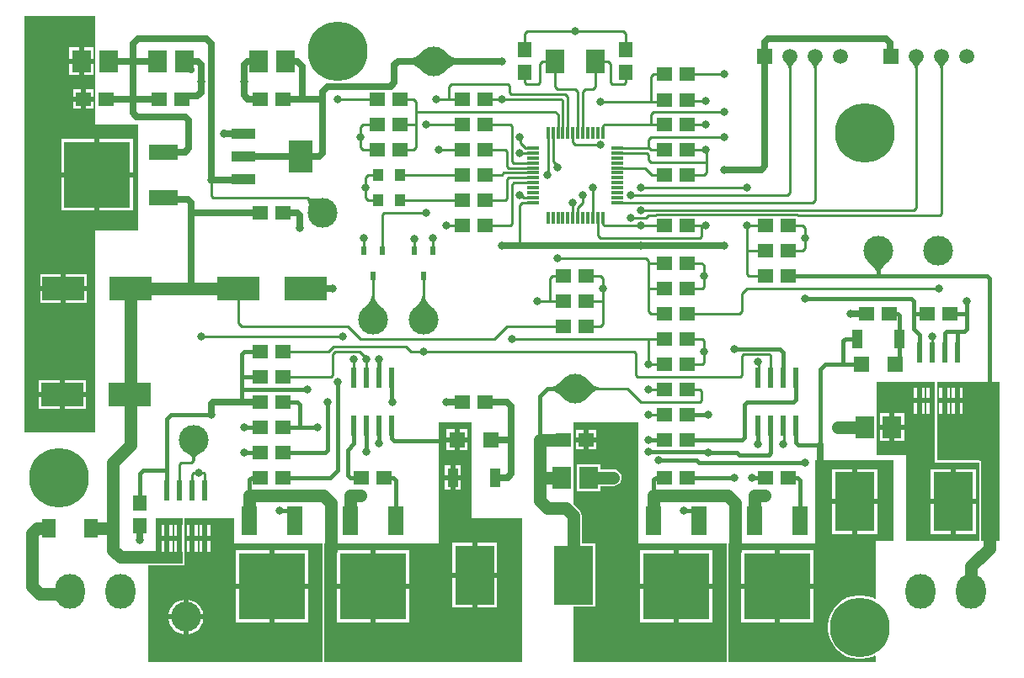
<source format=gtl>
G04*
G04 #@! TF.GenerationSoftware,Altium Limited,Altium Designer,21.6.4 (81)*
G04*
G04 Layer_Physical_Order=1*
G04 Layer_Color=255*
%FSLAX25Y25*%
%MOIN*%
G70*
G04*
G04 #@! TF.SameCoordinates,2BAE2438-CD35-4855-809F-F1E5AD1C84AA*
G04*
G04*
G04 #@! TF.FilePolarity,Positive*
G04*
G01*
G75*
%ADD10C,0.01000*%
%ADD19R,0.02362X0.08465*%
%ADD20R,0.06000X0.05600*%
%ADD21R,0.05600X0.06000*%
%ADD22R,0.15748X0.23622*%
%ADD23R,0.04331X0.07677*%
%ADD24R,0.04700X0.01200*%
%ADD25R,0.01200X0.04700*%
%ADD26R,0.03937X0.05118*%
%ADD27R,0.06400X0.06400*%
%ADD28R,0.02362X0.03740*%
%ADD29R,0.07480X0.09449*%
%ADD30R,0.07677X0.09055*%
%ADD31R,0.09449X0.03937*%
%ADD32R,0.09449X0.12992*%
%ADD33R,0.26378X0.26378*%
%ADD34R,0.11811X0.06299*%
%ADD35R,0.05512X0.07677*%
%ADD36R,0.16535X0.09252*%
%ADD37R,0.06299X0.11811*%
%ADD38R,0.26378X0.26378*%
%ADD62C,0.05000*%
%ADD63C,0.01500*%
%ADD64C,0.02500*%
%ADD65C,0.23622*%
%ADD66O,0.11811X0.13780*%
%ADD67C,0.11811*%
%ADD68C,0.05906*%
%ADD69R,0.05906X0.05906*%
%ADD70C,0.03200*%
G36*
X168777Y243586D02*
X169863Y242663D01*
X170390Y242288D01*
X170905Y241971D01*
X171409Y241711D01*
X171902Y241510D01*
X172384Y241365D01*
X172855Y241279D01*
X173315Y241250D01*
Y238750D01*
X172855Y238721D01*
X172384Y238635D01*
X171902Y238491D01*
X171409Y238289D01*
X170905Y238029D01*
X170390Y237712D01*
X169863Y237337D01*
X169326Y236904D01*
X168217Y235866D01*
Y244134D01*
X168777Y243586D01*
D02*
G37*
G36*
X159783Y235866D02*
X159223Y236414D01*
X158137Y237337D01*
X157610Y237712D01*
X157095Y238029D01*
X156591Y238289D01*
X156098Y238491D01*
X155616Y238635D01*
X155145Y238721D01*
X154685Y238750D01*
Y241250D01*
X155145Y241279D01*
X155616Y241365D01*
X156098Y241510D01*
X156591Y241711D01*
X157095Y241971D01*
X157610Y242288D01*
X158137Y242663D01*
X158674Y243096D01*
X159783Y244134D01*
Y235866D01*
D02*
G37*
G36*
X114639Y186103D02*
X114955Y185894D01*
X115299Y185727D01*
X115673Y185601D01*
X116077Y185517D01*
X116510Y185475D01*
X116972Y185474D01*
X117464Y185515D01*
X117985Y185597D01*
X118535Y185721D01*
X114279Y181465D01*
X114403Y182015D01*
X114485Y182536D01*
X114526Y183028D01*
X114525Y183490D01*
X114483Y183923D01*
X114399Y184327D01*
X114273Y184701D01*
X114106Y185045D01*
X113897Y185361D01*
X113646Y185646D01*
X114354Y186354D01*
X114639Y186103D01*
D02*
G37*
G36*
X160536Y146684D02*
X160645Y146297D01*
X160827Y145872D01*
X161081Y145408D01*
X161408Y144906D01*
X161808Y144366D01*
X162826Y143171D01*
X164134Y141823D01*
X155866D01*
X156557Y142516D01*
X158192Y144366D01*
X158591Y144906D01*
X158919Y145408D01*
X159173Y145872D01*
X159355Y146297D01*
X159464Y146684D01*
X159500Y147033D01*
X160500D01*
X160536Y146684D01*
D02*
G37*
G36*
X140537Y146687D02*
X140647Y146298D01*
X140830Y145872D01*
X141086Y145411D01*
X141416Y144915D01*
X141819Y144382D01*
X142845Y143211D01*
X143467Y142572D01*
X144164Y141897D01*
X135897Y141748D01*
X136582Y142459D01*
X138203Y144349D01*
X138599Y144897D01*
X138924Y145404D01*
X139176Y145870D01*
X139356Y146295D01*
X139464Y146680D01*
X139500Y147023D01*
X140500Y147041D01*
X140537Y146687D01*
D02*
G37*
G36*
X30000Y215000D02*
X47000D01*
Y173000D01*
X30000D01*
Y93000D01*
X2000Y93000D01*
Y258000D01*
X30000D01*
Y215000D01*
D02*
G37*
G36*
X71072Y84438D02*
X70742Y84236D01*
X70450Y84017D01*
X70198Y83780D01*
X69984Y83526D01*
X69809Y83256D01*
X69673Y82968D01*
X69576Y82662D01*
X69518Y82340D01*
X69498Y82001D01*
X68498D01*
X68479Y82340D01*
X68421Y82662D01*
X68323Y82968D01*
X68187Y83256D01*
X68013Y83526D01*
X67799Y83780D01*
X67546Y84017D01*
X67255Y84236D01*
X66925Y84438D01*
X66556Y84623D01*
X71441D01*
X71072Y84438D01*
D02*
G37*
G36*
X64560Y56114D02*
X64404D01*
Y50882D01*
Y45650D01*
X64560D01*
Y41000D01*
X51000D01*
Y46000D01*
X54000D01*
Y59000D01*
X64560D01*
Y56114D01*
D02*
G37*
G36*
X179000Y59000D02*
X199000D01*
Y2000D01*
X120816D01*
Y49000D01*
X126000Y49000D01*
X166000D01*
Y97000D01*
X179000D01*
Y59000D01*
D02*
G37*
G36*
X85000Y49000D02*
X119983D01*
Y46312D01*
X120000Y46182D01*
Y2000D01*
X51000D01*
Y40172D01*
X54000D01*
X54097Y40184D01*
X64560D01*
X64872Y40246D01*
X65137Y40423D01*
X65314Y40688D01*
X65376Y41000D01*
X65400D01*
Y59000D01*
X85000D01*
Y49000D01*
D02*
G37*
G36*
X245000Y59000D02*
Y49000D01*
X279990D01*
Y46318D01*
X280000Y46241D01*
Y2000D01*
X219454D01*
Y23765D01*
X227934D01*
Y48987D01*
X222588D01*
Y60071D01*
X222475Y60932D01*
X222309Y61334D01*
X222142Y61735D01*
X221613Y62425D01*
X219454Y64584D01*
Y97000D01*
X245000D01*
Y59000D01*
D02*
G37*
G36*
X229428Y109797D02*
X229079Y109760D01*
X228692Y109651D01*
X228266Y109470D01*
X227803Y109215D01*
X227301Y108888D01*
X226761Y108489D01*
X225566Y107471D01*
X224217Y106163D01*
Y114431D01*
X224911Y113740D01*
X226761Y112105D01*
X227301Y111705D01*
X227803Y111378D01*
X228266Y111124D01*
X228692Y110942D01*
X229079Y110833D01*
X229428Y110797D01*
Y109797D01*
D02*
G37*
G36*
X210599Y111047D02*
X210987Y111081D01*
X211404Y111182D01*
X211850Y111351D01*
X212324Y111588D01*
X212828Y111893D01*
X213361Y112265D01*
X213923Y112705D01*
X215134Y113788D01*
X215783Y114431D01*
Y106163D01*
X215134Y106806D01*
X213361Y108329D01*
X212828Y108701D01*
X212324Y109005D01*
X211850Y109242D01*
X211404Y109411D01*
X210987Y109513D01*
X210599Y109547D01*
Y111047D01*
D02*
G37*
G36*
X388000Y50000D02*
X380816D01*
Y81000D01*
X380754Y81312D01*
X380577Y81577D01*
X380312Y81754D01*
X380000Y81816D01*
X363291D01*
Y113000D01*
X388000D01*
Y50000D01*
D02*
G37*
G36*
X362389Y110685D02*
X362262D01*
Y105453D01*
X361262D01*
D01*
X362262D01*
Y100221D01*
X362389D01*
Y81000D01*
X380000D01*
Y50000D01*
X351000D01*
Y84000D01*
X339356D01*
Y113000D01*
X362389D01*
Y110685D01*
D02*
G37*
G36*
X346000Y50000D02*
X339000D01*
Y27159D01*
X338574Y26897D01*
X337518Y27435D01*
X335630Y28049D01*
X333670Y28359D01*
X331685D01*
X329724Y28049D01*
X327836Y27435D01*
X326067Y26534D01*
X324462Y25367D01*
X323058Y23964D01*
X321891Y22358D01*
X320990Y20589D01*
X320377Y18701D01*
X320066Y16740D01*
Y14755D01*
X320377Y12795D01*
X320990Y10907D01*
X321891Y9138D01*
X323058Y7532D01*
X324462Y6129D01*
X326067Y4962D01*
X327836Y4061D01*
X329724Y3447D01*
X331685Y3137D01*
X333670D01*
X335630Y3447D01*
X337518Y4061D01*
X338574Y4599D01*
X339000Y4338D01*
Y2000D01*
X280816D01*
Y46241D01*
X280805Y46294D01*
X280809Y46347D01*
X280805Y46372D01*
Y49000D01*
X315000D01*
Y82000D01*
X346000Y82000D01*
Y50000D01*
D02*
G37*
G36*
X366769Y239589D02*
X366268Y239015D01*
X366064Y238742D01*
X365892Y238480D01*
X365751Y238228D01*
X365641Y237985D01*
X365563Y237753D01*
X365516Y237531D01*
X365500Y237318D01*
X364500D01*
X364484Y237531D01*
X364437Y237753D01*
X364359Y237985D01*
X364249Y238228D01*
X364108Y238480D01*
X363936Y238742D01*
X363732Y239015D01*
X363231Y239589D01*
X362933Y239891D01*
X367067D01*
X366769Y239589D01*
D02*
G37*
G36*
X356769D02*
X356268Y239015D01*
X356064Y238742D01*
X355892Y238480D01*
X355751Y238228D01*
X355641Y237985D01*
X355563Y237753D01*
X355516Y237531D01*
X355500Y237318D01*
X354500D01*
X354484Y237531D01*
X354437Y237753D01*
X354359Y237985D01*
X354249Y238228D01*
X354108Y238480D01*
X353936Y238742D01*
X353732Y239015D01*
X353231Y239589D01*
X352933Y239891D01*
X357067D01*
X356769Y239589D01*
D02*
G37*
G36*
X306769D02*
X306268Y239015D01*
X306064Y238742D01*
X305892Y238480D01*
X305751Y238228D01*
X305641Y237985D01*
X305563Y237753D01*
X305516Y237531D01*
X305500Y237318D01*
X304500D01*
X304484Y237531D01*
X304437Y237753D01*
X304359Y237985D01*
X304249Y238228D01*
X304108Y238480D01*
X303936Y238742D01*
X303732Y239015D01*
X303231Y239589D01*
X302933Y239891D01*
X307067D01*
X306769Y239589D01*
D02*
G37*
G36*
X317057Y239882D02*
X316759Y239582D01*
X316256Y239010D01*
X316052Y238739D01*
X315879Y238478D01*
X315738Y238226D01*
X315628Y237984D01*
X315549Y237752D01*
X315502Y237529D01*
X315487Y237316D01*
X314487Y237321D01*
X314471Y237532D01*
X314424Y237755D01*
X314346Y237987D01*
X314236Y238230D01*
X314096Y238483D01*
X313924Y238746D01*
X313721Y239019D01*
X313221Y239597D01*
X312924Y239901D01*
X317057Y239882D01*
D02*
G37*
G36*
X343491Y160146D02*
X341055Y157428D01*
X340885Y157160D01*
X340784Y156944D01*
X340750Y156780D01*
X339250D01*
X339216Y156944D01*
X339115Y157160D01*
X338945Y157428D01*
X338709Y157750D01*
X338032Y158550D01*
X336509Y160146D01*
X335866Y160783D01*
X344134D01*
X343491Y160146D01*
D02*
G37*
%LPC*%
G36*
X29425Y245528D02*
X25587D01*
Y241000D01*
X29425D01*
Y245528D01*
D02*
G37*
G36*
X23587D02*
X19748D01*
Y241000D01*
X23587D01*
Y245528D01*
D02*
G37*
G36*
X29425Y239000D02*
X25587D01*
Y234472D01*
X29425D01*
Y239000D01*
D02*
G37*
G36*
X23587D02*
X19748D01*
Y234472D01*
X23587D01*
Y239000D01*
D02*
G37*
G36*
X29500Y228800D02*
X26500D01*
Y226000D01*
X29500D01*
Y228800D01*
D02*
G37*
G36*
X24500D02*
X21500D01*
Y226000D01*
X24500D01*
Y228800D01*
D02*
G37*
G36*
X29500Y224000D02*
X26500D01*
Y221200D01*
X29500D01*
Y224000D01*
D02*
G37*
G36*
X24500D02*
X21500D01*
Y221200D01*
X24500D01*
Y224000D01*
D02*
G37*
G36*
X44982Y209189D02*
X31793D01*
Y196000D01*
X44982D01*
Y209189D01*
D02*
G37*
G36*
X29794D02*
X16604D01*
Y196000D01*
X29794D01*
Y209189D01*
D02*
G37*
G36*
X44982Y194000D02*
X31793D01*
Y180811D01*
X44982D01*
Y194000D01*
D02*
G37*
G36*
X29794D02*
X16604D01*
Y180811D01*
X29794D01*
Y194000D01*
D02*
G37*
G36*
X26774Y155626D02*
X18506D01*
Y151000D01*
X26774D01*
Y155626D01*
D02*
G37*
G36*
X16506D02*
X8238D01*
Y151000D01*
X16506D01*
Y155626D01*
D02*
G37*
G36*
X26774Y149000D02*
X18506D01*
Y144374D01*
X26774D01*
Y149000D01*
D02*
G37*
G36*
X16506D02*
X8238D01*
Y144374D01*
X16506D01*
Y149000D01*
D02*
G37*
G36*
X26315Y113558D02*
X18047D01*
Y108932D01*
X26315D01*
Y113558D01*
D02*
G37*
G36*
X16047D02*
X7779D01*
Y108932D01*
X16047D01*
Y113558D01*
D02*
G37*
G36*
X26315Y106932D02*
X18047D01*
Y102306D01*
X26315D01*
Y106932D01*
D02*
G37*
G36*
X16047D02*
X7779D01*
Y102306D01*
X16047D01*
Y106932D01*
D02*
G37*
G36*
X60585Y56114D02*
X59404D01*
Y51882D01*
X60585D01*
Y56114D01*
D02*
G37*
G36*
X57404D02*
X56223D01*
Y51882D01*
X57404D01*
Y56114D01*
D02*
G37*
G36*
X62404D02*
X61223D01*
Y51882D01*
X62404D01*
Y56114D01*
D02*
G37*
G36*
Y49882D02*
X61223D01*
Y45650D01*
X62404D01*
Y49882D01*
D02*
G37*
G36*
X60585D02*
X59404D01*
Y45650D01*
X60585D01*
Y49882D01*
D02*
G37*
G36*
X57404D02*
X56223D01*
Y45650D01*
X57404D01*
Y49882D01*
D02*
G37*
G36*
X177500Y94200D02*
X174300D01*
Y91000D01*
X177500D01*
Y94200D01*
D02*
G37*
G36*
X172300D02*
X169100D01*
Y91000D01*
X172300D01*
Y94200D01*
D02*
G37*
G36*
X177500Y89000D02*
X174300D01*
Y85800D01*
X177500D01*
Y89000D01*
D02*
G37*
G36*
X172300D02*
X169100D01*
Y85800D01*
X172300D01*
Y89000D01*
D02*
G37*
G36*
X174701Y79839D02*
X172535D01*
Y76000D01*
X174701D01*
Y79839D01*
D02*
G37*
G36*
X170535D02*
X168370D01*
Y76000D01*
X170535D01*
Y79839D01*
D02*
G37*
G36*
X174701Y74000D02*
X172535D01*
Y70161D01*
X174701D01*
Y74000D01*
D02*
G37*
G36*
X170535D02*
X168370D01*
Y70161D01*
X170535D01*
Y74000D01*
D02*
G37*
G36*
X189157Y49187D02*
X181283D01*
Y37376D01*
X189157D01*
Y49187D01*
D02*
G37*
G36*
X179283D02*
X171409D01*
Y37376D01*
X179283D01*
Y49187D01*
D02*
G37*
G36*
X154189Y46098D02*
X141000D01*
Y32909D01*
X154189D01*
Y46098D01*
D02*
G37*
G36*
X139000D02*
X125811D01*
Y32909D01*
X139000D01*
Y46098D01*
D02*
G37*
G36*
X189157Y35376D02*
X181283D01*
Y23565D01*
X189157D01*
Y35376D01*
D02*
G37*
G36*
X179283D02*
X171409D01*
Y23565D01*
X179283D01*
Y35376D01*
D02*
G37*
G36*
X154189Y30909D02*
X141000D01*
Y17720D01*
X154189D01*
Y30909D01*
D02*
G37*
G36*
X139000D02*
X125811D01*
Y17720D01*
X139000D01*
Y30909D01*
D02*
G37*
G36*
X75585Y56114D02*
X74404D01*
Y51882D01*
X75585D01*
Y56114D01*
D02*
G37*
G36*
X70585D02*
X69404D01*
Y51882D01*
X70585D01*
Y56114D01*
D02*
G37*
G36*
X72404D02*
X71223D01*
Y51882D01*
X72404D01*
Y56114D01*
D02*
G37*
G36*
X67404D02*
X66223D01*
Y51882D01*
X67404D01*
Y56114D01*
D02*
G37*
G36*
X75585Y49882D02*
X74404D01*
Y45650D01*
X75585D01*
Y49882D01*
D02*
G37*
G36*
X72404D02*
X71223D01*
Y45650D01*
X72404D01*
Y49882D01*
D02*
G37*
G36*
X70585D02*
X69404D01*
Y45650D01*
X70585D01*
Y49882D01*
D02*
G37*
G36*
X67404D02*
X66223D01*
Y45650D01*
X67404D01*
Y49882D01*
D02*
G37*
G36*
X114189Y46098D02*
X101000D01*
Y32909D01*
X114189D01*
Y46098D01*
D02*
G37*
G36*
X99000D02*
X85811D01*
Y32909D01*
X99000D01*
Y46098D01*
D02*
G37*
G36*
X66904Y26617D02*
Y20775D01*
X72746D01*
X72544Y21789D01*
X72023Y23046D01*
X71268Y24177D01*
X70306Y25139D01*
X69175Y25894D01*
X67918Y26415D01*
X66904Y26617D01*
D02*
G37*
G36*
X64904D02*
X63889Y26415D01*
X62633Y25894D01*
X61502Y25139D01*
X60540Y24177D01*
X59784Y23046D01*
X59264Y21789D01*
X59062Y20775D01*
X64904D01*
Y26617D01*
D02*
G37*
G36*
X114189Y30909D02*
X101000D01*
Y17720D01*
X114189D01*
Y30909D01*
D02*
G37*
G36*
X99000D02*
X85811D01*
Y17720D01*
X99000D01*
Y30909D01*
D02*
G37*
G36*
X72746Y18775D02*
X66904D01*
Y12933D01*
X67918Y13135D01*
X69175Y13655D01*
X70306Y14411D01*
X71268Y15373D01*
X72023Y16504D01*
X72544Y17761D01*
X72746Y18775D01*
D02*
G37*
G36*
X64904D02*
X59062D01*
X59264Y17761D01*
X59784Y16504D01*
X60540Y15373D01*
X61502Y14411D01*
X62633Y13655D01*
X63889Y13135D01*
X64904Y12933D01*
Y18775D01*
D02*
G37*
G36*
X228500Y93800D02*
X225500D01*
Y91000D01*
X228500D01*
Y93800D01*
D02*
G37*
G36*
X223500D02*
X220500D01*
Y91000D01*
X223500D01*
Y93800D01*
D02*
G37*
G36*
X228500Y89000D02*
X225500D01*
Y86200D01*
X228500D01*
Y89000D01*
D02*
G37*
G36*
X223500D02*
X220500D01*
Y86200D01*
X223500D01*
Y89000D01*
D02*
G37*
G36*
X230052Y80171D02*
X220775D01*
Y69516D01*
X230052D01*
Y71671D01*
X235000D01*
X235861Y71785D01*
X236664Y72117D01*
X237354Y72646D01*
X237882Y73336D01*
X238215Y74138D01*
X238329Y75000D01*
X238215Y75862D01*
X237882Y76664D01*
X237354Y77354D01*
X236664Y77883D01*
X235861Y78215D01*
X235000Y78329D01*
X230052D01*
Y80171D01*
D02*
G37*
G36*
X274189Y46098D02*
X261000D01*
Y32909D01*
X274189D01*
Y46098D01*
D02*
G37*
G36*
X259000D02*
X245811D01*
Y32909D01*
X259000D01*
Y46098D01*
D02*
G37*
G36*
X274189Y30909D02*
X261000D01*
Y17720D01*
X274189D01*
Y30909D01*
D02*
G37*
G36*
X259000D02*
X245811D01*
Y17720D01*
X259000D01*
Y30909D01*
D02*
G37*
G36*
X368443Y110685D02*
X367262D01*
Y106453D01*
X368443D01*
Y110685D01*
D02*
G37*
G36*
X373443D02*
X372262D01*
Y106453D01*
X373443D01*
Y110685D01*
D02*
G37*
G36*
X365262D02*
X364081D01*
Y106453D01*
X365262D01*
Y110685D01*
D02*
G37*
G36*
X370262D02*
X369081D01*
Y106453D01*
X370262D01*
Y110685D01*
D02*
G37*
G36*
X373443Y104453D02*
X372262D01*
Y100221D01*
X373443D01*
Y104453D01*
D02*
G37*
G36*
X370262D02*
X369081D01*
Y100221D01*
X370262D01*
Y104453D01*
D02*
G37*
G36*
X368443D02*
X367262D01*
Y100221D01*
X368443D01*
Y104453D01*
D02*
G37*
G36*
X365262D02*
X364081D01*
Y100221D01*
X365262D01*
Y104453D01*
D02*
G37*
G36*
X358443Y110685D02*
X357262D01*
Y106453D01*
X358443D01*
Y110685D01*
D02*
G37*
G36*
X360262D02*
X359081D01*
Y106453D01*
X360262D01*
Y110685D01*
D02*
G37*
G36*
X355262D02*
X354081D01*
Y106453D01*
X355262D01*
Y110685D01*
D02*
G37*
G36*
X360262Y104453D02*
X359081D01*
Y100221D01*
X360262D01*
Y104453D01*
D02*
G37*
G36*
X358443D02*
X357262D01*
Y100221D01*
X358443D01*
Y104453D01*
D02*
G37*
G36*
X355262D02*
X354081D01*
Y100221D01*
X355262D01*
Y104453D01*
D02*
G37*
G36*
X350252Y100528D02*
X346413D01*
Y96000D01*
X350252D01*
Y100528D01*
D02*
G37*
G36*
X344413D02*
X340575D01*
Y96000D01*
X344413D01*
Y100528D01*
D02*
G37*
G36*
X350252Y94000D02*
X346413D01*
Y89472D01*
X350252D01*
Y94000D01*
D02*
G37*
G36*
X344413D02*
X340575D01*
Y89472D01*
X344413D01*
Y94000D01*
D02*
G37*
G36*
X378535Y78311D02*
X370661D01*
Y66500D01*
X378535D01*
Y78311D01*
D02*
G37*
G36*
X368661D02*
X360787D01*
Y66500D01*
X368661D01*
Y78311D01*
D02*
G37*
G36*
X378535Y64500D02*
X370661D01*
Y52689D01*
X378535D01*
Y64500D01*
D02*
G37*
G36*
X368661D02*
X360787D01*
Y52689D01*
X368661D01*
Y64500D01*
D02*
G37*
G36*
X339559Y78311D02*
X331685D01*
Y66500D01*
X339559D01*
Y78311D01*
D02*
G37*
G36*
X329685D02*
X321811D01*
Y66500D01*
X329685D01*
Y78311D01*
D02*
G37*
G36*
X339559Y64500D02*
X331685D01*
Y52689D01*
X339559D01*
Y64500D01*
D02*
G37*
G36*
X329685D02*
X321811D01*
Y52689D01*
X329685D01*
Y64500D01*
D02*
G37*
G36*
X314189Y46098D02*
X301000D01*
Y32909D01*
X314189D01*
Y46098D01*
D02*
G37*
G36*
X299000D02*
X285811D01*
Y32909D01*
X299000D01*
Y46098D01*
D02*
G37*
G36*
X314189Y30909D02*
X301000D01*
Y17720D01*
X314189D01*
Y30909D01*
D02*
G37*
G36*
X299000D02*
X285811D01*
Y17720D01*
X299000D01*
Y30909D01*
D02*
G37*
%LPD*%
D10*
X130945Y58091D02*
X131000Y58146D01*
X314987Y184987D02*
Y241987D01*
X313987Y183987D02*
X314987Y184987D01*
X236846Y183987D02*
X313987D01*
X236832Y183973D02*
X236846Y183987D01*
X314987Y241987D02*
X315000Y242000D01*
X304000Y187000D02*
X305000Y188000D01*
X242000Y187000D02*
X304000D01*
X305000Y188000D02*
Y242000D01*
X246000Y190000D02*
X288000D01*
X355000Y182000D02*
Y242000D01*
X354000Y181000D02*
X355000Y182000D01*
X246000Y181000D02*
X354000D01*
X364414Y179000D02*
X365000Y179586D01*
X249000Y179000D02*
X251862D01*
X251961Y179100D01*
X308038D01*
X365000Y179586D02*
Y242000D01*
X308038Y179100D02*
X308138Y179000D01*
X364414D01*
X200335Y205665D02*
X203329D01*
X203368Y205627D01*
X198421Y207579D02*
X200335Y205665D01*
X198421Y207579D02*
Y209579D01*
X184500Y205000D02*
X192414D01*
X184500Y215000D02*
X194365D01*
X193000Y198339D02*
Y204414D01*
X192414Y205000D02*
X193000Y204414D01*
X197852Y203658D02*
X203368D01*
X194365Y215000D02*
X194950Y214414D01*
X193000Y198339D02*
X193586Y197753D01*
X197851Y203660D02*
X197852Y203658D01*
X194950Y200357D02*
X195586Y199721D01*
X194950Y200357D02*
Y214414D01*
X198000Y210000D02*
X198421Y209579D01*
X132445Y114603D02*
Y121755D01*
X132389Y121810D02*
X132445Y121755D01*
Y114603D02*
X132500Y114547D01*
X160000Y125000D02*
X243414D01*
X244000Y115586D02*
Y124414D01*
X155000Y125000D02*
X160000D01*
X243414D02*
X244000Y124414D01*
X153000Y127000D02*
X155000Y125000D01*
X124202Y127000D02*
X153000D01*
X304500Y155000D02*
X304685Y154815D01*
X163770Y165069D02*
Y169850D01*
X163740Y165039D02*
X163770Y165069D01*
Y169850D02*
X163799Y169880D01*
X136259Y165040D02*
X136260Y165039D01*
X136259Y169974D02*
X136259Y169973D01*
Y165040D02*
Y169973D01*
X156260Y165039D02*
X156282Y165062D01*
Y169710D02*
X156305Y169732D01*
X156282Y165062D02*
Y169710D01*
X264500Y235000D02*
X279000D01*
X264572Y224428D02*
X271755D01*
X264500Y224500D02*
X264572Y224428D01*
X264500Y215000D02*
X264630Y214870D01*
X264500Y205000D02*
X264630Y204870D01*
X271805D01*
X272000Y200000D02*
Y204675D01*
X271805Y204870D02*
X272000Y204675D01*
X264630Y214870D02*
X271805D01*
X271782Y175000D02*
X271847Y174935D01*
X270000Y175000D02*
X271782D01*
X248000Y178000D02*
X249000Y179000D01*
X292515Y120822D02*
X292530Y120837D01*
X292500Y114547D02*
X292515Y114562D01*
Y120822D01*
X240000Y231586D02*
Y235500D01*
X234000Y231586D02*
Y239000D01*
Y231586D02*
X234586Y231000D01*
X239414D01*
X240000Y231586D01*
X200000D02*
X200586Y231000D01*
X205414D01*
X206000Y231586D02*
Y239000D01*
X205414Y231000D02*
X206000Y231586D01*
X200000D02*
Y235500D01*
X288000Y150000D02*
X364000D01*
X286000Y148000D02*
X288000Y150000D01*
X286000Y141000D02*
Y148000D01*
X285000Y140000D02*
X286000Y141000D01*
X264500Y140000D02*
X285000D01*
X361258Y124551D02*
Y131081D01*
Y124551D02*
X361262Y124547D01*
X361254Y131085D02*
X361258Y131081D01*
X126000Y225000D02*
X141764D01*
X86713Y136287D02*
Y150000D01*
X88000Y135000D02*
X130000D01*
X86713Y136287D02*
X88000Y135000D01*
X270000Y170586D02*
Y175000D01*
X271000Y125000D02*
Y129414D01*
Y120586D02*
Y125000D01*
X191000Y225000D02*
X214593D01*
X184500D02*
X191000D01*
X169000Y175000D02*
X175500D01*
X302500Y95453D02*
X302546Y95407D01*
Y88340D02*
Y95407D01*
Y88340D02*
X302591Y88294D01*
X125000Y125000D02*
X134515D01*
X137373Y122142D01*
X124000Y124000D02*
X125000Y125000D01*
X124000Y115586D02*
Y124000D01*
X137436Y114611D02*
X137500Y114547D01*
X137436Y114611D02*
Y122078D01*
X244000Y115586D02*
X244586Y115000D01*
X285414D01*
X286000Y123414D02*
X286586Y124000D01*
X296914D01*
X297500Y123414D01*
X286000Y115586D02*
Y123414D01*
X297500Y114547D02*
Y123414D01*
X285414Y115000D02*
X286000Y115586D01*
X249000Y120000D02*
Y130000D01*
Y120000D02*
X255500D01*
X249000Y130000D02*
X255500D01*
X195000D02*
X249000D01*
Y110000D02*
X255500D01*
X135000Y130000D02*
X188000D01*
X193000Y135000D01*
X215500D01*
X240703Y110297D02*
X246000Y105000D01*
X220000Y110297D02*
X240703D01*
X246000Y105000D02*
X269414D01*
X290945Y58091D02*
X291000Y58146D01*
X269414Y105000D02*
X270000Y105586D01*
X269414Y110000D02*
X270000Y109414D01*
X264500Y110000D02*
X269414D01*
X270000Y105586D02*
Y109414D01*
X264500Y120000D02*
X270414D01*
X271000Y120586D01*
X270414Y130000D02*
X271000Y129414D01*
X264500Y130000D02*
X270414D01*
X249000Y100000D02*
X255500D01*
X76000Y186586D02*
Y193000D01*
X114000Y186000D02*
X120000Y180000D01*
X76586Y186000D02*
X114000D01*
X76000Y186586D02*
X76586Y186000D01*
X104500Y125000D02*
X122202D01*
X124202Y127000D01*
X104500Y115000D02*
X123414D01*
X124000Y115586D01*
X130000Y135000D02*
X135000Y130000D01*
X72000Y131000D02*
X128000D01*
X160000Y137606D02*
Y155000D01*
X251000Y220000D02*
X279000D01*
X246000Y175000D02*
X255500D01*
X231513D02*
X246000D01*
X250000Y210000D02*
X279000D01*
X230000Y170000D02*
X269414D01*
X228958Y171042D02*
Y178068D01*
X269414Y170000D02*
X270000Y170586D01*
X228958Y171042D02*
X230000Y170000D01*
X249000Y141000D02*
X250000Y140000D01*
X249000Y141000D02*
Y150000D01*
X250000Y140000D02*
X255500D01*
X255250Y119750D02*
X255500Y120000D01*
X198000Y183000D02*
X198973Y183973D01*
X198000Y167000D02*
Y183000D01*
X213000Y162000D02*
X248000D01*
X249000Y160000D02*
Y161000D01*
X248000Y162000D02*
X249000Y161000D01*
Y150000D02*
X256387D01*
X249000D02*
Y160000D01*
X255500D01*
X230927Y175586D02*
Y178068D01*
Y175586D02*
X231513Y175000D01*
X198973Y183973D02*
X203368D01*
X203299Y186010D02*
X203368Y185942D01*
X198595Y187000D02*
X199585Y186010D01*
X203299D01*
X198000Y187000D02*
X198595D01*
X193414Y231000D02*
X194000Y230414D01*
X171000Y231000D02*
X193414D01*
X194586Y227000D02*
X216000D01*
X194000Y227586D02*
Y230414D01*
Y227586D02*
X194586Y227000D01*
X140000Y137712D02*
X140106Y137606D01*
X140000Y137712D02*
Y155000D01*
X143740Y165039D02*
Y179414D01*
X144326Y180000D01*
X161000D01*
X63404Y69976D02*
Y80404D01*
X67998Y81000D02*
X68998Y82001D01*
X63404Y80404D02*
X64000Y81000D01*
X67998D01*
X71000Y77000D02*
X73000D01*
X135000Y210000D02*
Y214000D01*
Y206000D02*
Y210000D01*
X73000Y77000D02*
X73404Y76596D01*
Y69976D02*
Y76596D01*
X69000Y77000D02*
X71000D01*
X68404Y69976D02*
Y76404D01*
X69000Y77000D01*
X68998Y82001D02*
Y90000D01*
X136000Y215000D02*
X141764D01*
X135000Y214000D02*
X136000Y215000D01*
X135000Y206000D02*
X136000Y205000D01*
X141764D01*
X311000Y166000D02*
Y170000D01*
X304500Y165000D02*
X310000D01*
X311000Y166000D01*
Y170000D02*
Y174000D01*
X310000Y175000D02*
X311000Y174000D01*
X304500Y175000D02*
X310000D01*
X242000Y178000D02*
X248000D01*
X288000Y165000D02*
Y175000D01*
X295500D01*
X288000Y155586D02*
X288586Y155000D01*
X288000Y155586D02*
Y165000D01*
X288586Y155000D02*
X295500D01*
X288000Y165000D02*
X295500D01*
X247661Y197753D02*
X250414Y195000D01*
X255500D01*
X209000D02*
X209273Y195273D01*
Y211532D01*
X211242Y200354D02*
Y211532D01*
Y200354D02*
X213000Y198595D01*
Y198000D02*
Y198595D01*
X270414Y150000D02*
X271000Y150586D01*
Y155000D01*
X264500Y150000D02*
X270414D01*
X270900Y155100D02*
Y159100D01*
X264500Y160000D02*
X270000D01*
X270900Y159100D01*
Y155100D02*
X271000Y155000D01*
X219116Y207884D02*
Y211532D01*
Y207884D02*
X220000Y207000D01*
X229780D01*
X210000Y145000D02*
X215500D01*
X205000D02*
X210000D01*
Y154000D01*
X211000Y155000D01*
X215500D01*
X231000Y145000D02*
Y150000D01*
Y136000D02*
Y145000D01*
X224500D02*
X231000D01*
X224500Y135000D02*
X230000D01*
X231000Y136000D01*
X224500Y155000D02*
X230000D01*
X231000Y150000D02*
Y154000D01*
X230000Y155000D02*
X231000Y154000D01*
X272000Y196000D02*
Y200000D01*
X271000Y195000D02*
X272000Y196000D01*
X264500Y195000D02*
X271000D01*
X226995Y189995D02*
X227000Y190000D01*
X226995Y178073D02*
Y189995D01*
X221084Y181918D02*
X223000Y183834D01*
Y187000D01*
X221084Y178068D02*
Y181918D01*
X219058Y178126D02*
X219116Y178068D01*
X219058Y178126D02*
Y183942D01*
X219000Y184000D02*
X219058Y183942D01*
X264500Y175000D02*
X270000D01*
X226990Y178068D02*
X226995Y178073D01*
X157000Y220000D02*
Y224000D01*
Y215000D02*
Y220000D01*
Y206000D02*
Y215000D01*
X150764D02*
X157000D01*
X150764Y205000D02*
X156000D01*
X157000Y206000D01*
X150764Y225000D02*
X156000D01*
X157000Y224000D01*
Y220000D02*
X212000D01*
X213210Y218790D01*
Y211532D02*
Y218790D01*
X161000Y215000D02*
X175500D01*
X166000Y205000D02*
X175500D01*
X150595Y185000D02*
X175500D01*
X150595Y195000D02*
X175500D01*
X137000Y186000D02*
X138000Y185000D01*
X137000Y186000D02*
Y190000D01*
X138000Y185000D02*
X141933D01*
X137000Y190000D02*
Y194000D01*
X138000Y195000D01*
X141933D01*
X170000Y225000D02*
Y230000D01*
Y225000D02*
X175500D01*
X165000D02*
X170000D01*
Y230000D02*
X171000Y231000D01*
X216000Y227000D02*
X217147Y225853D01*
Y211532D02*
Y225853D01*
X215179Y211532D02*
Y224414D01*
X214593Y225000D02*
X215179Y224414D01*
X221084Y211532D02*
Y227916D01*
X223053Y228053D02*
X224071Y229071D01*
X223053Y211532D02*
Y228053D01*
X224071Y229071D02*
X227071D01*
X219929Y229071D02*
X221084Y227916D01*
X249000Y205627D02*
X249373D01*
X236832D02*
X249000D01*
Y209000D01*
X250000Y210000D01*
Y215000D02*
X255500D01*
X231513D02*
X250000D01*
Y219000D02*
X251000Y220000D01*
X250000Y215000D02*
Y219000D01*
Y224000D02*
X255000D01*
X230000D02*
X250000D01*
Y234000D01*
X251000Y235000D01*
X255500D01*
X255000Y224000D02*
X255500Y224500D01*
X229780Y207000D02*
X229971Y206809D01*
X230927Y214414D02*
X231513Y215000D01*
X230927Y211532D02*
Y214414D01*
X250000Y200000D02*
X272000D01*
X249000Y201000D02*
X250000Y200000D01*
X249000Y201000D02*
Y203000D01*
X236832Y203658D02*
X248342D01*
X249000Y203000D01*
X250000Y205000D02*
X255500D01*
X249373Y205627D02*
X250000Y205000D01*
X236832Y197753D02*
X247661D01*
X195586Y199721D02*
X203368D01*
X193586Y197753D02*
X203368D01*
X195000Y175586D02*
Y191000D01*
X195847Y191847D02*
X203368D01*
X195000Y191000D02*
X195847Y191847D01*
X184500Y175000D02*
X194414D01*
X195000Y175586D01*
X193000Y193230D02*
X193586Y193816D01*
X193000Y185586D02*
Y193230D01*
X191000Y195000D02*
X191784Y195784D01*
X193586Y193816D02*
X203368D01*
X184500Y195000D02*
X191000D01*
X191784Y195784D02*
X203368D01*
X184500Y185000D02*
X192414D01*
X193000Y185586D01*
X219058Y178010D02*
X219116Y178068D01*
X212929Y229071D02*
X219929D01*
X211929Y230071D02*
X212929Y229071D01*
X211929Y230071D02*
Y240000D01*
X228071Y230071D02*
Y240000D01*
X227071Y229071D02*
X228071Y230071D01*
X207000Y240000D02*
X211929D01*
X206000Y239000D02*
X207000Y240000D01*
X233000D02*
X234000Y239000D01*
X228071Y240000D02*
X233000D01*
X220000Y252000D02*
X239000D01*
X201000D02*
X220000D01*
X240000Y244500D02*
Y251000D01*
X239000Y252000D02*
X240000Y251000D01*
X200000D02*
X201000Y252000D01*
X200000Y244500D02*
Y251000D01*
D19*
X147500Y114547D02*
D03*
X142500D02*
D03*
X137500D02*
D03*
X132500D02*
D03*
X147500Y95453D02*
D03*
X142500D02*
D03*
X137500D02*
D03*
X132500D02*
D03*
X356262Y105453D02*
D03*
X361262D02*
D03*
X366262D02*
D03*
X371262D02*
D03*
X356262Y124547D02*
D03*
X361262D02*
D03*
X366262D02*
D03*
X371262D02*
D03*
X73404Y69976D02*
D03*
X68404D02*
D03*
X63404D02*
D03*
X58404D02*
D03*
X73404Y50882D02*
D03*
X68404D02*
D03*
X63404D02*
D03*
X58404D02*
D03*
X292500Y95453D02*
D03*
X297500D02*
D03*
X302500D02*
D03*
X307500D02*
D03*
X292500Y114547D02*
D03*
X297500D02*
D03*
X302500D02*
D03*
X307500D02*
D03*
D20*
X264500Y235000D02*
D03*
X255500D02*
D03*
Y175000D02*
D03*
X264500D02*
D03*
X304500D02*
D03*
X295500D02*
D03*
Y165000D02*
D03*
X304500D02*
D03*
Y155000D02*
D03*
X295500D02*
D03*
X224500Y135000D02*
D03*
X215500D02*
D03*
Y145000D02*
D03*
X224500D02*
D03*
Y155000D02*
D03*
X215500D02*
D03*
X255500Y130000D02*
D03*
X264500D02*
D03*
X255500Y110000D02*
D03*
X264500D02*
D03*
Y120000D02*
D03*
X255500D02*
D03*
X359262Y140000D02*
D03*
X368262D02*
D03*
X255500D02*
D03*
X264500D02*
D03*
X150764Y205000D02*
D03*
X141764D02*
D03*
X150764Y225000D02*
D03*
X141764D02*
D03*
Y215000D02*
D03*
X150764D02*
D03*
X264500Y224500D02*
D03*
X255500D02*
D03*
X175500Y105000D02*
D03*
X184500D02*
D03*
X104500Y115000D02*
D03*
X95500D02*
D03*
X104500Y125000D02*
D03*
X95500D02*
D03*
X184500Y195000D02*
D03*
X175500D02*
D03*
X184500Y185000D02*
D03*
X175500D02*
D03*
X184500Y215000D02*
D03*
X175500D02*
D03*
X184500Y205000D02*
D03*
X175500D02*
D03*
X264500Y195000D02*
D03*
X255500D02*
D03*
X184500Y175000D02*
D03*
X175500D02*
D03*
Y225000D02*
D03*
X184500D02*
D03*
X264500Y215000D02*
D03*
X255500D02*
D03*
X264500Y205000D02*
D03*
X255500D02*
D03*
X215500Y90000D02*
D03*
X224500D02*
D03*
X104500Y180000D02*
D03*
X95500D02*
D03*
X104500Y225000D02*
D03*
X95500D02*
D03*
X55500D02*
D03*
X64500D02*
D03*
X25500D02*
D03*
X34500D02*
D03*
X104500Y105000D02*
D03*
X95500D02*
D03*
Y95000D02*
D03*
X104500D02*
D03*
X95500Y85000D02*
D03*
X104500D02*
D03*
X95500Y75000D02*
D03*
X104500D02*
D03*
X144500D02*
D03*
X135500D02*
D03*
X255500Y90000D02*
D03*
X264500D02*
D03*
X304500Y75000D02*
D03*
X295500D02*
D03*
X344500Y140000D02*
D03*
X335500D02*
D03*
X255500Y75000D02*
D03*
X264500D02*
D03*
X255500Y100000D02*
D03*
X264500D02*
D03*
X255500Y160000D02*
D03*
X264500D02*
D03*
Y150000D02*
D03*
X255500D02*
D03*
D21*
X47720Y64929D02*
D03*
Y55929D02*
D03*
X200000Y235500D02*
D03*
Y244500D02*
D03*
X240000Y235500D02*
D03*
Y244500D02*
D03*
D22*
X219260Y36376D02*
D03*
X180283D02*
D03*
X369661Y65500D02*
D03*
X330685D02*
D03*
D23*
X348465Y130049D02*
D03*
X331535D02*
D03*
X171535Y75000D02*
D03*
X188465D02*
D03*
D24*
X236832Y205627D02*
D03*
Y203658D02*
D03*
Y201690D02*
D03*
Y199721D02*
D03*
Y197753D02*
D03*
Y195784D02*
D03*
Y193816D02*
D03*
Y191847D02*
D03*
Y189879D02*
D03*
Y187910D02*
D03*
Y185942D02*
D03*
Y183973D02*
D03*
X203368D02*
D03*
Y185942D02*
D03*
Y187910D02*
D03*
Y189879D02*
D03*
Y191847D02*
D03*
Y193816D02*
D03*
Y195784D02*
D03*
Y197753D02*
D03*
Y199721D02*
D03*
Y201690D02*
D03*
Y203658D02*
D03*
Y205627D02*
D03*
D25*
X230927Y178068D02*
D03*
X228958D02*
D03*
X226990D02*
D03*
X225021D02*
D03*
X223053D02*
D03*
X221084D02*
D03*
X219116D02*
D03*
X217147D02*
D03*
X215179D02*
D03*
X213210D02*
D03*
X211242D02*
D03*
X209273D02*
D03*
Y211532D02*
D03*
X211242D02*
D03*
X213210D02*
D03*
X215179D02*
D03*
X217147D02*
D03*
X219116D02*
D03*
X221084D02*
D03*
X223053D02*
D03*
X225021D02*
D03*
X226990D02*
D03*
X228958D02*
D03*
X230927D02*
D03*
D26*
X141933Y195000D02*
D03*
X150595D02*
D03*
X141933Y185000D02*
D03*
X150595D02*
D03*
D27*
X173300Y90000D02*
D03*
X186700D02*
D03*
X346700Y120000D02*
D03*
X333300D02*
D03*
D28*
X163740Y165039D02*
D03*
X156260D02*
D03*
X160000Y155000D02*
D03*
X143740Y165039D02*
D03*
X136260D02*
D03*
X140000Y155000D02*
D03*
D29*
X211929Y240000D02*
D03*
X228071D02*
D03*
D30*
X334587Y95000D02*
D03*
X345413D02*
D03*
X105413Y240000D02*
D03*
X94587D02*
D03*
X24587D02*
D03*
X35413D02*
D03*
X65413D02*
D03*
X54587D02*
D03*
X214587Y74843D02*
D03*
X225413D02*
D03*
D31*
X88583Y211260D02*
D03*
Y202204D02*
D03*
Y193149D02*
D03*
D32*
X111417Y202204D02*
D03*
D33*
X30793Y195000D02*
D03*
D34*
X56975Y185945D02*
D03*
Y204055D02*
D03*
D35*
X28465Y55000D02*
D03*
X11535D02*
D03*
D36*
X86713Y150000D02*
D03*
X113287D02*
D03*
X43622Y107932D02*
D03*
X17047D02*
D03*
X44081Y150000D02*
D03*
X17506D02*
D03*
D37*
X290945Y58091D02*
D03*
X309055D02*
D03*
X250945D02*
D03*
X269055D02*
D03*
X130945D02*
D03*
X149055D02*
D03*
X90945D02*
D03*
X109055D02*
D03*
D38*
X300000Y31909D02*
D03*
X260000D02*
D03*
X140000D02*
D03*
X100000D02*
D03*
D62*
X251000Y68000D02*
X280389D01*
X283318Y46318D02*
Y65071D01*
X280389Y68000D02*
X283318Y65071D01*
X225413Y75000D02*
X231000D01*
X235000D01*
X291000Y58146D02*
Y68000D01*
X295000D01*
X131000Y58146D02*
Y68000D01*
X135000D01*
X91000D02*
X120382D01*
X123311Y46312D02*
Y65071D01*
X120382Y68000D02*
X123311Y65071D01*
X37000Y81000D02*
X44000Y88000D01*
X37000Y55000D02*
Y81000D01*
X44000Y88000D02*
Y104919D01*
X19000Y29000D02*
X20000Y30000D01*
X5000Y31929D02*
Y53000D01*
Y31929D02*
X7929Y29000D01*
X19000D01*
X376823Y30119D02*
Y39823D01*
X384000Y47000D02*
Y100000D01*
X376704Y30000D02*
X376823Y30119D01*
Y39823D02*
X384000Y47000D01*
X208929Y63000D02*
X216331D01*
X219260Y60071D01*
Y36376D02*
Y60071D01*
X383000Y101000D02*
X384000Y100000D01*
X324000Y95000D02*
X334587D01*
X206000Y75000D02*
X215500D01*
X206000Y90000D02*
X215500D01*
X206000Y75000D02*
Y90000D01*
X44081Y105000D02*
Y150000D01*
X37000Y46429D02*
X39929Y43500D01*
X37000Y46429D02*
Y55000D01*
X39929Y43500D02*
X54000D01*
X28465Y55000D02*
X37000D01*
X7000D02*
X11000D01*
X5000Y53000D02*
X7000Y55000D01*
X251000Y58146D02*
Y68000D01*
X250945Y58091D02*
X251000Y58146D01*
X91000D02*
Y68000D01*
X90945Y58091D02*
X91000Y58146D01*
X206000Y65929D02*
Y75000D01*
Y65929D02*
X208929Y63000D01*
X44000Y104919D02*
X44081Y105000D01*
Y150000D02*
X68000D01*
X86713D01*
D63*
X249091Y85134D02*
X272545D01*
X272635Y85044D01*
X268053Y81947D02*
X269000Y81000D01*
X253000Y81947D02*
X268053D01*
X249000Y85225D02*
X249091Y85134D01*
X383121Y154815D02*
X384000Y153936D01*
Y111217D02*
Y153936D01*
X340000Y154815D02*
X383121D01*
X106656Y62000D02*
X109055Y59600D01*
X103000Y62000D02*
X106656D01*
X109055Y58091D02*
Y59600D01*
X142502Y88641D02*
Y95450D01*
X142500Y95453D02*
X142502Y95450D01*
Y88641D02*
X142505Y88638D01*
X142493Y114554D02*
Y121916D01*
Y114554D02*
X142500Y114547D01*
X142486Y121923D02*
X142493Y121916D01*
X340000Y154815D02*
Y165000D01*
X304685Y154815D02*
X340000D01*
X317000Y118000D02*
X319000Y120000D01*
X326150D01*
X272635Y85044D02*
X283997D01*
X285041Y84000D01*
X264507Y99993D02*
X272606D01*
X264500Y100000D02*
X264507Y99993D01*
X88000Y110000D02*
Y115000D01*
Y106000D02*
Y110000D01*
X269055Y58091D02*
Y59600D01*
X266655Y62000D02*
X269055Y59600D01*
X263000Y62000D02*
X266655D01*
X354000Y140000D02*
Y145000D01*
Y134000D02*
Y140000D01*
X311000Y146000D02*
X353000D01*
X354000Y145000D01*
X366262Y124547D02*
Y132121D01*
X367141Y133000D02*
X371262D01*
X366262Y132121D02*
X367141Y133000D01*
X371262Y124547D02*
Y133000D01*
X374000D01*
X375000Y140000D02*
Y145000D01*
Y134000D02*
Y140000D01*
X368262D02*
X375000D01*
X374000Y133000D02*
X375000Y134000D01*
X354000Y140000D02*
X359262D01*
X354000Y134000D02*
X356262Y131738D01*
Y124547D02*
Y131738D01*
X346700Y120000D02*
X348481Y121781D01*
Y130033D01*
X348465Y130049D02*
X348481Y130033D01*
X348465Y130049D02*
X348481Y130066D01*
X347603Y140000D02*
X348481Y139121D01*
X344500Y140000D02*
X347603D01*
X348481Y130066D02*
Y139121D01*
X326150Y120000D02*
X333300D01*
X326150D02*
Y129150D01*
X327049Y130049D01*
X331535D01*
X317000Y88000D02*
Y118000D01*
X308379Y88000D02*
X317000D01*
X307500Y88879D02*
X308379Y88000D01*
X307500Y88879D02*
Y95453D01*
X206000Y90000D02*
Y107368D01*
X89000Y95000D02*
X95500D01*
X269000Y81000D02*
X311000D01*
X285041Y84000D02*
X296621D01*
X297500Y84879D01*
Y95453D01*
X137473Y85150D02*
X137486Y85164D01*
Y95439D01*
X111000Y95000D02*
X118000D01*
X110000Y105000D02*
X111000Y104000D01*
Y95000D02*
Y104000D01*
X104500Y95000D02*
X111000D01*
X104500Y105000D02*
X110000D01*
X88000Y110000D02*
X114000D01*
X87000Y105000D02*
X88000Y106000D01*
X292444Y88453D02*
Y95397D01*
X292500Y95453D01*
X292388Y88397D02*
X292444Y88453D01*
X290000Y75000D02*
X295500D01*
X137486Y95439D02*
X137500Y95453D01*
X147512Y104969D02*
X147524Y104957D01*
X147500Y114547D02*
X147512Y114535D01*
Y104969D02*
Y114535D01*
X122000Y86000D02*
Y105000D01*
X104500Y85000D02*
X121000D01*
X122000Y86000D01*
X126000Y78000D02*
Y113000D01*
X123000Y75000D02*
X126000Y78000D01*
X104500Y75000D02*
X123000D01*
X148379Y89621D02*
X167000D01*
X147500Y90500D02*
Y95453D01*
Y90500D02*
X148379Y89621D01*
X89000Y85000D02*
X95500D01*
X130000Y86000D02*
X132500Y88500D01*
Y95453D01*
X130000Y76000D02*
Y86000D01*
Y76000D02*
X131000Y75000D01*
X135500D01*
X144500D02*
X148000D01*
X149055Y73945D01*
Y58091D02*
Y73945D01*
X300950Y126050D02*
X302500Y124500D01*
X283050Y126050D02*
X300950D01*
X283000Y126000D02*
X283050Y126050D01*
X302500Y114547D02*
Y124500D01*
X264500Y75000D02*
X283000D01*
X306414Y105000D02*
X307500Y106086D01*
X288000Y105000D02*
X306414D01*
X307500Y106086D02*
Y114547D01*
X287000Y91000D02*
Y104000D01*
X288000Y105000D01*
X264500Y90000D02*
X286000D01*
X287000Y91000D01*
X304500Y75000D02*
X308000D01*
X309055Y58091D02*
Y73945D01*
X308000Y75000D02*
X309055Y73945D01*
X249000Y90000D02*
X255500D01*
X251000Y74121D02*
X251879Y75000D01*
X255500D01*
X251000Y68000D02*
Y74121D01*
X91000Y68000D02*
Y74121D01*
X91879Y75000D02*
X95500D01*
X91000Y74121D02*
X91879Y75000D01*
X206000Y107368D02*
X208929Y110297D01*
X220000D01*
X88000Y115000D02*
Y124000D01*
Y115000D02*
X95500D01*
X88000Y124000D02*
X89000Y125000D01*
X95500D01*
X58404Y69976D02*
Y98404D01*
X60000Y100000D01*
X76000D01*
X49000Y78000D02*
X58000D01*
X47720Y64929D02*
Y76720D01*
X49000Y78000D01*
D64*
X343000Y249000D02*
X344762Y247238D01*
X296464Y249000D02*
X343000D01*
X295000Y198465D02*
Y247535D01*
X344762Y242238D02*
Y247238D01*
Y242238D02*
X345000Y242000D01*
X295000Y247535D02*
X296464Y249000D01*
X293535Y197000D02*
X294268Y197732D01*
X279000Y197000D02*
X293535D01*
X294268Y197732D02*
X295000Y198465D01*
X81121Y211348D02*
X88494D01*
X88583Y211260D01*
X81033Y211436D02*
X81121Y211348D01*
X71866Y231866D02*
X72000Y232000D01*
X71866Y227666D02*
Y231866D01*
X70402Y226202D02*
X71866Y227666D01*
X72000Y232000D02*
Y238535D01*
X70535Y240000D02*
X72000Y238535D01*
X65413Y240000D02*
X70535D01*
X65702Y226202D02*
X70402D01*
X64500Y225000D02*
X65702Y226202D01*
X65413Y239311D02*
X68002Y236722D01*
X65413Y239311D02*
Y240000D01*
X76000Y193000D02*
Y247000D01*
X89000Y232000D02*
Y238535D01*
Y226465D02*
Y232000D01*
Y226465D02*
X90465Y225000D01*
X95500D01*
X90465Y240000D02*
X94587D01*
X89000Y238535D02*
X90465Y240000D01*
X194768Y76464D02*
Y90000D01*
X188465Y75000D02*
X193303D01*
X184500Y105000D02*
X193000D01*
X186700Y90000D02*
X194768D01*
Y103232D01*
X193000Y105000D02*
X194768Y103232D01*
X193303Y75000D02*
X194768Y76464D01*
X47731Y50130D02*
Y55918D01*
X47720Y55929D02*
X47731Y55918D01*
Y50130D02*
X47742Y50119D01*
X329000Y140000D02*
X335500D01*
X317000Y56189D02*
Y88000D01*
X165264Y240000D02*
X191000D01*
X150000D02*
X163264D01*
X148500Y231500D02*
Y238500D01*
X147000Y230000D02*
X148500Y231500D01*
X122000Y230000D02*
X147000D01*
X148500Y238500D02*
X150000Y240000D01*
X112000Y225000D02*
X120000D01*
X104500D02*
X112000D01*
Y238000D01*
X110000Y240000D02*
X112000Y238000D01*
X105413Y240000D02*
X110000D01*
X120000Y225000D02*
Y228000D01*
X122000Y230000D01*
X74000Y249000D02*
X76000Y247000D01*
X47000Y249000D02*
X74000D01*
X45000Y240000D02*
Y247000D01*
X47000Y249000D01*
X169000Y105000D02*
X175500D01*
X88508Y193075D02*
X88583Y193149D01*
X76000Y193000D02*
X76075Y193075D01*
X88508D01*
X111000Y174000D02*
Y179000D01*
X110000Y180000D02*
X111000Y179000D01*
X104500Y180000D02*
X110000D01*
X87000Y105000D02*
X95500D01*
X76586D02*
X87000D01*
X76000Y100000D02*
Y104414D01*
X76586Y105000D01*
X246000Y167000D02*
X279000D01*
X198000D02*
X246000D01*
X191000D02*
X198000D01*
X88583Y202204D02*
X111417D01*
X113287Y150000D02*
X124000D01*
X120000Y203669D02*
Y225000D01*
X118535Y202204D02*
X120000Y203669D01*
X111417Y202204D02*
X118535D01*
X93587Y241000D02*
X94587Y240000D01*
X68000Y180000D02*
Y183905D01*
Y150000D02*
Y180000D01*
X95500D01*
X65535Y204055D02*
X67000Y205520D01*
Y216535D01*
X56975Y204055D02*
X65535D01*
Y218000D02*
X67000Y216535D01*
X46464Y218000D02*
X65535D01*
X45000Y219464D02*
Y225000D01*
Y219464D02*
X46464Y218000D01*
X30793Y195000D02*
Y195000D01*
X57550Y185370D02*
X66536D01*
X68000Y183905D01*
X56975Y185945D02*
X57550Y185370D01*
X45000Y225000D02*
X55500D01*
X45000Y240000D02*
X54587D01*
X35293Y225000D02*
X45000D01*
X36207Y240000D02*
X45000D01*
Y225000D02*
Y240000D01*
D65*
X332677Y15748D02*
D03*
X15748Y74803D02*
D03*
X125984Y244094D02*
D03*
X334646Y211724D02*
D03*
D66*
X376704Y30000D02*
D03*
X356704D02*
D03*
X20000D02*
D03*
X40000D02*
D03*
D67*
X363762Y165000D02*
D03*
X160000Y137606D02*
D03*
X140106Y137606D02*
D03*
X68998Y90000D02*
D03*
X164000Y240000D02*
D03*
X120000Y180000D02*
D03*
X65904Y19775D02*
D03*
X220000Y110297D02*
D03*
X340000Y165000D02*
D03*
D68*
X375000Y242000D02*
D03*
X365000D02*
D03*
X355000D02*
D03*
X325000D02*
D03*
X315000D02*
D03*
X305000D02*
D03*
D69*
X345000D02*
D03*
X295000D02*
D03*
D70*
X277000Y46000D02*
D03*
X235000Y75000D02*
D03*
X253000Y81947D02*
D03*
X249000Y85225D02*
D03*
X295000Y68000D02*
D03*
X135000D02*
D03*
X130945D02*
D03*
X290945D02*
D03*
X117000Y46000D02*
D03*
X246000Y190000D02*
D03*
X288000D02*
D03*
X103000Y62000D02*
D03*
X197851Y203660D02*
D03*
X81033Y211260D02*
D03*
X72000Y232000D02*
D03*
X89000D02*
D03*
X47742Y50119D02*
D03*
X142500Y88638D02*
D03*
Y121935D02*
D03*
X132500D02*
D03*
X160000Y125000D02*
D03*
X163799Y169880D02*
D03*
X136259Y169974D02*
D03*
X156305Y169732D02*
D03*
X279000Y235000D02*
D03*
X271755Y224428D02*
D03*
X271805Y204870D02*
D03*
Y214870D02*
D03*
X271847Y174935D02*
D03*
X272635Y85044D02*
D03*
X272606Y99993D02*
D03*
X292500Y120837D02*
D03*
X263000Y62000D02*
D03*
X364000Y150000D02*
D03*
X361254Y131085D02*
D03*
X311000Y146000D02*
D03*
X375000Y145000D02*
D03*
X329000Y140000D02*
D03*
X324000Y95000D02*
D03*
X328000D02*
D03*
X126000Y225000D02*
D03*
X231000Y75000D02*
D03*
X279000Y197000D02*
D03*
X169000Y175000D02*
D03*
X20000Y177000D02*
D03*
X26000D02*
D03*
X32000D02*
D03*
X38000D02*
D03*
X44000D02*
D03*
X20000Y213000D02*
D03*
X26000D02*
D03*
X32000D02*
D03*
X38000D02*
D03*
X44000D02*
D03*
X89000Y95000D02*
D03*
X311000Y81000D02*
D03*
X137500Y85150D02*
D03*
X114000Y110000D02*
D03*
X118000Y95000D02*
D03*
X292500Y88294D02*
D03*
X302500D02*
D03*
X290000Y75000D02*
D03*
X147524Y104957D02*
D03*
X122000Y105000D02*
D03*
X126000Y113000D02*
D03*
X169000Y105000D02*
D03*
X89000Y85000D02*
D03*
X137500Y121935D02*
D03*
X249000Y120000D02*
D03*
Y110000D02*
D03*
X195000Y130000D02*
D03*
X283000Y126000D02*
D03*
Y75000D02*
D03*
X271000Y125000D02*
D03*
X249000Y100000D02*
D03*
Y90000D02*
D03*
X317000Y56000D02*
D03*
Y51000D02*
D03*
X283000Y46000D02*
D03*
Y40000D02*
D03*
Y34000D02*
D03*
Y28000D02*
D03*
Y22000D02*
D03*
Y16000D02*
D03*
X287000Y14000D02*
D03*
X292000D02*
D03*
X297000D02*
D03*
X303000D02*
D03*
X308000D02*
D03*
X313000D02*
D03*
X317000Y16000D02*
D03*
Y22000D02*
D03*
Y28000D02*
D03*
Y34000D02*
D03*
Y40000D02*
D03*
Y46000D02*
D03*
X243000Y56000D02*
D03*
Y51000D02*
D03*
Y46000D02*
D03*
Y40000D02*
D03*
Y34000D02*
D03*
Y28000D02*
D03*
Y22000D02*
D03*
Y16000D02*
D03*
X247000Y14000D02*
D03*
X252000D02*
D03*
X257000D02*
D03*
X263000D02*
D03*
X268000D02*
D03*
X273000D02*
D03*
X277000Y16000D02*
D03*
Y22000D02*
D03*
Y28000D02*
D03*
Y34000D02*
D03*
Y40000D02*
D03*
X157000Y46000D02*
D03*
Y40000D02*
D03*
Y34000D02*
D03*
Y28000D02*
D03*
Y22000D02*
D03*
Y16000D02*
D03*
X153000Y14000D02*
D03*
X148000D02*
D03*
X143000D02*
D03*
X137000D02*
D03*
X132000D02*
D03*
X127000D02*
D03*
X123000Y16000D02*
D03*
Y22000D02*
D03*
Y28000D02*
D03*
Y34000D02*
D03*
Y40000D02*
D03*
Y46000D02*
D03*
X117000Y40000D02*
D03*
Y34000D02*
D03*
Y28000D02*
D03*
Y22000D02*
D03*
Y16000D02*
D03*
X113000Y14000D02*
D03*
X108000D02*
D03*
X103000D02*
D03*
X97000D02*
D03*
X92000D02*
D03*
X87000D02*
D03*
X83000Y16000D02*
D03*
Y22000D02*
D03*
Y28000D02*
D03*
Y34000D02*
D03*
Y40000D02*
D03*
Y46000D02*
D03*
Y51000D02*
D03*
Y56000D02*
D03*
X76000Y193000D02*
D03*
X111000Y174000D02*
D03*
X72000Y131000D02*
D03*
X76000Y100000D02*
D03*
X128000Y131000D02*
D03*
X279000Y220000D02*
D03*
X246000Y167000D02*
D03*
Y175000D02*
D03*
X279000Y210000D02*
D03*
Y167000D02*
D03*
X191000D02*
D03*
X213000Y162000D02*
D03*
X198000Y187000D02*
D03*
X191000Y225000D02*
D03*
Y240000D02*
D03*
X161000Y180000D02*
D03*
X71000Y77000D02*
D03*
X135000Y210000D02*
D03*
X124000Y150000D02*
D03*
X311000Y170000D02*
D03*
X242000Y187000D02*
D03*
X246000Y181000D02*
D03*
X242000Y178000D02*
D03*
X288000Y175000D02*
D03*
X213000Y198000D02*
D03*
X209000Y195000D02*
D03*
X271000Y155000D02*
D03*
X198000Y210000D02*
D03*
X205000Y145000D02*
D03*
X231000Y150000D02*
D03*
X227000Y190000D02*
D03*
X223000Y187000D02*
D03*
X219000Y184000D02*
D03*
X161000Y215000D02*
D03*
X166000Y205000D02*
D03*
X137000Y190000D02*
D03*
X165000Y225000D02*
D03*
X230000Y224000D02*
D03*
X229971Y206809D02*
D03*
X220000Y252000D02*
D03*
M02*

</source>
